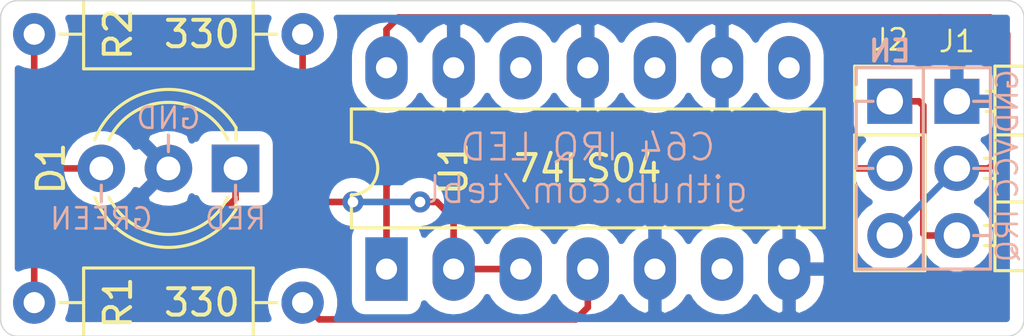
<source format=kicad_pcb>
(kicad_pcb (version 20171130) (host pcbnew "(5.1.5)-3")

  (general
    (thickness 1.6)
    (drawings 34)
    (tracks 40)
    (zones 0)
    (modules 6)
    (nets 9)
  )

  (page A4)
  (layers
    (0 F.Cu signal hide)
    (31 B.Cu signal hide)
    (32 B.Adhes user)
    (33 F.Adhes user)
    (34 B.Paste user)
    (35 F.Paste user)
    (36 B.SilkS user)
    (37 F.SilkS user)
    (38 B.Mask user)
    (39 F.Mask user)
    (40 Dwgs.User user)
    (41 Cmts.User user)
    (42 Eco1.User user)
    (43 Eco2.User user)
    (44 Edge.Cuts user)
    (45 Margin user)
    (46 B.CrtYd user)
    (47 F.CrtYd user)
    (48 B.Fab user)
    (49 F.Fab user)
  )

  (setup
    (last_trace_width 0.25)
    (trace_clearance 0.2)
    (zone_clearance 0.508)
    (zone_45_only no)
    (trace_min 0.2)
    (via_size 0.8)
    (via_drill 0.4)
    (via_min_size 0.4)
    (via_min_drill 0.3)
    (uvia_size 0.3)
    (uvia_drill 0.1)
    (uvias_allowed no)
    (uvia_min_size 0.2)
    (uvia_min_drill 0.1)
    (edge_width 0.05)
    (segment_width 0.2)
    (pcb_text_width 0.3)
    (pcb_text_size 1.5 1.5)
    (mod_edge_width 0.12)
    (mod_text_size 1 1)
    (mod_text_width 0.15)
    (pad_size 1.524 1.524)
    (pad_drill 0.762)
    (pad_to_mask_clearance 0.051)
    (solder_mask_min_width 0.25)
    (aux_axis_origin 0 0)
    (visible_elements 7FFFFFFF)
    (pcbplotparams
      (layerselection 0x011fc_ffffffff)
      (usegerberextensions true)
      (usegerberattributes false)
      (usegerberadvancedattributes false)
      (creategerberjobfile false)
      (excludeedgelayer true)
      (linewidth 0.100000)
      (plotframeref false)
      (viasonmask false)
      (mode 1)
      (useauxorigin false)
      (hpglpennumber 1)
      (hpglpenspeed 20)
      (hpglpendiameter 15.000000)
      (psnegative false)
      (psa4output false)
      (plotreference true)
      (plotvalue true)
      (plotinvisibletext false)
      (padsonsilk false)
      (subtractmaskfromsilk false)
      (outputformat 1)
      (mirror false)
      (drillshape 0)
      (scaleselection 1)
      (outputdirectory "export/"))
  )

  (net 0 "")
  (net 1 "Net-(D1-Pad3)")
  (net 2 GND)
  (net 3 "Net-(D1-Pad1)")
  (net 4 "Net-(J1-Pad3)")
  (net 5 VCC)
  (net 6 "Net-(R1-Pad1)")
  (net 7 "Net-(R2-Pad1)")
  (net 8 "Net-(J2-Pad2)")

  (net_class Default "This is the default net class."
    (clearance 0.2)
    (trace_width 0.25)
    (via_dia 0.8)
    (via_drill 0.4)
    (uvia_dia 0.3)
    (uvia_drill 0.1)
    (add_net GND)
    (add_net "Net-(D1-Pad1)")
    (add_net "Net-(D1-Pad3)")
    (add_net "Net-(J1-Pad3)")
    (add_net "Net-(J2-Pad2)")
    (add_net "Net-(R1-Pad1)")
    (add_net "Net-(R2-Pad1)")
    (add_net VCC)
  )

  (module LEDs:LED_D5.0mm-3 (layer F.Cu) (tedit 587A3A7B) (tstamp 5F8B5EBF)
    (at 121.285 114.935 180)
    (descr "LED, diameter 5.0mm, 2 pins, diameter 5.0mm, 3 pins, http://www.kingbright.com/attachments/file/psearch/000/00/00/L-59EGC(Ver.17A).pdf")
    (tags "LED diameter 5.0mm 2 pins diameter 5.0mm 3 pins")
    (path /602BB379)
    (fp_text reference D1 (at 6.985 0 90) (layer F.SilkS)
      (effects (font (size 1 1) (thickness 0.15)))
    )
    (fp_text value "Red/green LED" (at 2.54 2.5) (layer F.Fab)
      (effects (font (size 1 1) (thickness 0.15)))
    )
    (fp_line (start 6.25 -3.25) (end -1.15 -3.25) (layer F.CrtYd) (width 0.05))
    (fp_line (start 6.25 3.25) (end 6.25 -3.25) (layer F.CrtYd) (width 0.05))
    (fp_line (start -1.15 3.25) (end 6.25 3.25) (layer F.CrtYd) (width 0.05))
    (fp_line (start -1.15 -3.25) (end -1.15 3.25) (layer F.CrtYd) (width 0.05))
    (fp_line (start -0.02 1.08) (end -0.02 1.545) (layer F.SilkS) (width 0.12))
    (fp_line (start -0.02 -1.545) (end -0.02 -1.08) (layer F.SilkS) (width 0.12))
    (fp_line (start 0.04 -1.469694) (end 0.04 1.469694) (layer F.Fab) (width 0.1))
    (fp_circle (center 2.54 0) (end 5.04 0) (layer F.Fab) (width 0.1))
    (fp_arc (start 2.54 0) (end 0.285316 1.08) (angle -128.8) (layer F.SilkS) (width 0.12))
    (fp_arc (start 2.54 0) (end 0.285316 -1.08) (angle 128.8) (layer F.SilkS) (width 0.12))
    (fp_arc (start 2.54 0) (end -0.02 1.54483) (angle -127.7) (layer F.SilkS) (width 0.12))
    (fp_arc (start 2.54 0) (end -0.02 -1.54483) (angle 127.7) (layer F.SilkS) (width 0.12))
    (fp_arc (start 2.54 0) (end 0.04 -1.469694) (angle 299.1) (layer F.Fab) (width 0.1))
    (pad 3 thru_hole circle (at 5.08 0 180) (size 1.8 1.8) (drill 0.9) (layers *.Cu *.Mask)
      (net 1 "Net-(D1-Pad3)"))
    (pad 2 thru_hole circle (at 2.54 0 180) (size 1.8 1.8) (drill 0.9) (layers *.Cu *.Mask)
      (net 2 GND))
    (pad 1 thru_hole rect (at 0 0 180) (size 1.8 1.8) (drill 0.9) (layers *.Cu *.Mask)
      (net 3 "Net-(D1-Pad1)"))
    (model ${KISYS3DMOD}/LEDs.3dshapes/LED_D5.0mm-3.wrl
      (at (xyz 0 0 0))
      (scale (xyz 0.393701 0.393701 0.393701))
      (rotate (xyz 0 0 0))
    )
  )

  (module Pin_Headers:Pin_Header_Angled_1x03_Pitch2.54mm (layer F.Cu) (tedit 59650532) (tstamp 5F8B5EFF)
    (at 148.59 112.395)
    (descr "Through hole angled pin header, 1x03, 2.54mm pitch, 6mm pin length, single row")
    (tags "Through hole angled pin header THT 1x03 2.54mm single row")
    (path /602A8992)
    (fp_text reference J1 (at 0 -2.27) (layer F.SilkS)
      (effects (font (size 0.8 0.8) (thickness 0.1)))
    )
    (fp_text value Signals (at 4.385 7.35) (layer F.Fab)
      (effects (font (size 1 1) (thickness 0.15)))
    )
    (fp_text user %R (at 2.77 2.54 90) (layer F.Fab)
      (effects (font (size 1 1) (thickness 0.15)))
    )
    (fp_line (start 10.55 -1.8) (end -1.8 -1.8) (layer F.CrtYd) (width 0.05))
    (fp_line (start 10.55 6.85) (end 10.55 -1.8) (layer F.CrtYd) (width 0.05))
    (fp_line (start -1.8 6.85) (end 10.55 6.85) (layer F.CrtYd) (width 0.05))
    (fp_line (start -1.8 -1.8) (end -1.8 6.85) (layer F.CrtYd) (width 0.05))
    (fp_line (start -1.27 -1.27) (end 0 -1.27) (layer F.SilkS) (width 0.12))
    (fp_line (start -1.27 0) (end -1.27 -1.27) (layer F.SilkS) (width 0.12))
    (fp_line (start 1.042929 5.46) (end 1.44 5.46) (layer F.SilkS) (width 0.12))
    (fp_line (start 1.042929 4.7) (end 1.44 4.7) (layer F.SilkS) (width 0.12))
    (fp_line (start 10.1 5.46) (end 4.1 5.46) (layer F.SilkS) (width 0.12))
    (fp_line (start 10.1 4.7) (end 10.1 5.46) (layer F.SilkS) (width 0.12))
    (fp_line (start 4.1 4.7) (end 10.1 4.7) (layer F.SilkS) (width 0.12))
    (fp_line (start 1.44 3.81) (end 4.1 3.81) (layer F.SilkS) (width 0.12))
    (fp_line (start 1.042929 2.92) (end 1.44 2.92) (layer F.SilkS) (width 0.12))
    (fp_line (start 1.042929 2.16) (end 1.44 2.16) (layer F.SilkS) (width 0.12))
    (fp_line (start 10.1 2.92) (end 4.1 2.92) (layer F.SilkS) (width 0.12))
    (fp_line (start 10.1 2.16) (end 10.1 2.92) (layer F.SilkS) (width 0.12))
    (fp_line (start 4.1 2.16) (end 10.1 2.16) (layer F.SilkS) (width 0.12))
    (fp_line (start 1.44 1.27) (end 4.1 1.27) (layer F.SilkS) (width 0.12))
    (fp_line (start 1.11 0.38) (end 1.44 0.38) (layer F.SilkS) (width 0.12))
    (fp_line (start 1.11 -0.38) (end 1.44 -0.38) (layer F.SilkS) (width 0.12))
    (fp_line (start 4.1 0.28) (end 10.1 0.28) (layer F.SilkS) (width 0.12))
    (fp_line (start 4.1 0.16) (end 10.1 0.16) (layer F.SilkS) (width 0.12))
    (fp_line (start 4.1 0.04) (end 10.1 0.04) (layer F.SilkS) (width 0.12))
    (fp_line (start 4.1 -0.08) (end 10.1 -0.08) (layer F.SilkS) (width 0.12))
    (fp_line (start 4.1 -0.2) (end 10.1 -0.2) (layer F.SilkS) (width 0.12))
    (fp_line (start 4.1 -0.32) (end 10.1 -0.32) (layer F.SilkS) (width 0.12))
    (fp_line (start 10.1 0.38) (end 4.1 0.38) (layer F.SilkS) (width 0.12))
    (fp_line (start 10.1 -0.38) (end 10.1 0.38) (layer F.SilkS) (width 0.12))
    (fp_line (start 4.1 -0.38) (end 10.1 -0.38) (layer F.SilkS) (width 0.12))
    (fp_line (start 4.1 -1.33) (end 1.44 -1.33) (layer F.SilkS) (width 0.12))
    (fp_line (start 4.1 6.41) (end 4.1 -1.33) (layer F.SilkS) (width 0.12))
    (fp_line (start 1.44 6.41) (end 4.1 6.41) (layer F.SilkS) (width 0.12))
    (fp_line (start 1.44 -1.33) (end 1.44 6.41) (layer F.SilkS) (width 0.12))
    (fp_line (start 4.04 5.4) (end 10.04 5.4) (layer F.Fab) (width 0.1))
    (fp_line (start 10.04 4.76) (end 10.04 5.4) (layer F.Fab) (width 0.1))
    (fp_line (start 4.04 4.76) (end 10.04 4.76) (layer F.Fab) (width 0.1))
    (fp_line (start -0.32 5.4) (end 1.5 5.4) (layer F.Fab) (width 0.1))
    (fp_line (start -0.32 4.76) (end -0.32 5.4) (layer F.Fab) (width 0.1))
    (fp_line (start -0.32 4.76) (end 1.5 4.76) (layer F.Fab) (width 0.1))
    (fp_line (start 4.04 2.86) (end 10.04 2.86) (layer F.Fab) (width 0.1))
    (fp_line (start 10.04 2.22) (end 10.04 2.86) (layer F.Fab) (width 0.1))
    (fp_line (start 4.04 2.22) (end 10.04 2.22) (layer F.Fab) (width 0.1))
    (fp_line (start -0.32 2.86) (end 1.5 2.86) (layer F.Fab) (width 0.1))
    (fp_line (start -0.32 2.22) (end -0.32 2.86) (layer F.Fab) (width 0.1))
    (fp_line (start -0.32 2.22) (end 1.5 2.22) (layer F.Fab) (width 0.1))
    (fp_line (start 4.04 0.32) (end 10.04 0.32) (layer F.Fab) (width 0.1))
    (fp_line (start 10.04 -0.32) (end 10.04 0.32) (layer F.Fab) (width 0.1))
    (fp_line (start 4.04 -0.32) (end 10.04 -0.32) (layer F.Fab) (width 0.1))
    (fp_line (start -0.32 0.32) (end 1.5 0.32) (layer F.Fab) (width 0.1))
    (fp_line (start -0.32 -0.32) (end -0.32 0.32) (layer F.Fab) (width 0.1))
    (fp_line (start -0.32 -0.32) (end 1.5 -0.32) (layer F.Fab) (width 0.1))
    (fp_line (start 1.5 -0.635) (end 2.135 -1.27) (layer F.Fab) (width 0.1))
    (fp_line (start 1.5 6.35) (end 1.5 -0.635) (layer F.Fab) (width 0.1))
    (fp_line (start 4.04 6.35) (end 1.5 6.35) (layer F.Fab) (width 0.1))
    (fp_line (start 4.04 -1.27) (end 4.04 6.35) (layer F.Fab) (width 0.1))
    (fp_line (start 2.135 -1.27) (end 4.04 -1.27) (layer F.Fab) (width 0.1))
    (pad 3 thru_hole oval (at 0 5.08) (size 1.7 1.7) (drill 1) (layers *.Cu *.Mask)
      (net 4 "Net-(J1-Pad3)"))
    (pad 2 thru_hole oval (at 0 2.54) (size 1.7 1.7) (drill 1) (layers *.Cu *.Mask)
      (net 5 VCC))
    (pad 1 thru_hole rect (at 0 0) (size 1.7 1.7) (drill 1) (layers *.Cu *.Mask)
      (net 2 GND))
    (model ${KISYS3DMOD}/Pin_Headers.3dshapes/Pin_Header_Angled_1x03_Pitch2.54mm.wrl
      (at (xyz 0 0 0))
      (scale (xyz 1 1 1))
      (rotate (xyz 0 0 0))
    )
  )

  (module Resistors_THT:R_Axial_DIN0207_L6.3mm_D2.5mm_P10.16mm_Horizontal (layer F.Cu) (tedit 5874F706) (tstamp 5F8B5F55)
    (at 123.825 120.015 180)
    (descr "Resistor, Axial_DIN0207 series, Axial, Horizontal, pin pitch=10.16mm, 0.25W = 1/4W, length*diameter=6.3*2.5mm^2, http://cdn-reichelt.de/documents/datenblatt/B400/1_4W%23YAG.pdf")
    (tags "Resistor Axial_DIN0207 series Axial Horizontal pin pitch 10.16mm 0.25W = 1/4W length 6.3mm diameter 2.5mm")
    (path /602BC846)
    (fp_text reference R1 (at 6.985 0 90) (layer F.SilkS)
      (effects (font (size 1 1) (thickness 0.15)))
    )
    (fp_text value 330 (at 3.81 0) (layer F.SilkS)
      (effects (font (size 1 1) (thickness 0.15)))
    )
    (fp_line (start 11.25 -1.6) (end -1.05 -1.6) (layer F.CrtYd) (width 0.05))
    (fp_line (start 11.25 1.6) (end 11.25 -1.6) (layer F.CrtYd) (width 0.05))
    (fp_line (start -1.05 1.6) (end 11.25 1.6) (layer F.CrtYd) (width 0.05))
    (fp_line (start -1.05 -1.6) (end -1.05 1.6) (layer F.CrtYd) (width 0.05))
    (fp_line (start 9.18 0) (end 8.29 0) (layer F.SilkS) (width 0.12))
    (fp_line (start 0.98 0) (end 1.87 0) (layer F.SilkS) (width 0.12))
    (fp_line (start 8.29 -1.31) (end 1.87 -1.31) (layer F.SilkS) (width 0.12))
    (fp_line (start 8.29 1.31) (end 8.29 -1.31) (layer F.SilkS) (width 0.12))
    (fp_line (start 1.87 1.31) (end 8.29 1.31) (layer F.SilkS) (width 0.12))
    (fp_line (start 1.87 -1.31) (end 1.87 1.31) (layer F.SilkS) (width 0.12))
    (fp_line (start 10.16 0) (end 8.23 0) (layer F.Fab) (width 0.1))
    (fp_line (start 0 0) (end 1.93 0) (layer F.Fab) (width 0.1))
    (fp_line (start 8.23 -1.25) (end 1.93 -1.25) (layer F.Fab) (width 0.1))
    (fp_line (start 8.23 1.25) (end 8.23 -1.25) (layer F.Fab) (width 0.1))
    (fp_line (start 1.93 1.25) (end 8.23 1.25) (layer F.Fab) (width 0.1))
    (fp_line (start 1.93 -1.25) (end 1.93 1.25) (layer F.Fab) (width 0.1))
    (pad 2 thru_hole oval (at 10.16 0 180) (size 1.6 1.6) (drill 0.8) (layers *.Cu *.Mask)
      (net 3 "Net-(D1-Pad1)"))
    (pad 1 thru_hole circle (at 0 0 180) (size 1.6 1.6) (drill 0.8) (layers *.Cu *.Mask)
      (net 6 "Net-(R1-Pad1)"))
    (model ${KISYS3DMOD}/Resistors_THT.3dshapes/R_Axial_DIN0207_L6.3mm_D2.5mm_P10.16mm_Horizontal.wrl
      (at (xyz 0 0 0))
      (scale (xyz 0.393701 0.393701 0.393701))
      (rotate (xyz 0 0 0))
    )
  )

  (module Resistors_THT:R_Axial_DIN0207_L6.3mm_D2.5mm_P10.16mm_Horizontal (layer F.Cu) (tedit 5874F706) (tstamp 5F8B6506)
    (at 123.825 109.855 180)
    (descr "Resistor, Axial_DIN0207 series, Axial, Horizontal, pin pitch=10.16mm, 0.25W = 1/4W, length*diameter=6.3*2.5mm^2, http://cdn-reichelt.de/documents/datenblatt/B400/1_4W%23YAG.pdf")
    (tags "Resistor Axial_DIN0207 series Axial Horizontal pin pitch 10.16mm 0.25W = 1/4W length 6.3mm diameter 2.5mm")
    (path /602BDA25)
    (fp_text reference R2 (at 6.985 0 90) (layer F.SilkS)
      (effects (font (size 1 1) (thickness 0.15)))
    )
    (fp_text value 330 (at 3.81 0) (layer F.SilkS)
      (effects (font (size 1 1) (thickness 0.15)))
    )
    (fp_line (start 1.93 -1.25) (end 1.93 1.25) (layer F.Fab) (width 0.1))
    (fp_line (start 1.93 1.25) (end 8.23 1.25) (layer F.Fab) (width 0.1))
    (fp_line (start 8.23 1.25) (end 8.23 -1.25) (layer F.Fab) (width 0.1))
    (fp_line (start 8.23 -1.25) (end 1.93 -1.25) (layer F.Fab) (width 0.1))
    (fp_line (start 0 0) (end 1.93 0) (layer F.Fab) (width 0.1))
    (fp_line (start 10.16 0) (end 8.23 0) (layer F.Fab) (width 0.1))
    (fp_line (start 1.87 -1.31) (end 1.87 1.31) (layer F.SilkS) (width 0.12))
    (fp_line (start 1.87 1.31) (end 8.29 1.31) (layer F.SilkS) (width 0.12))
    (fp_line (start 8.29 1.31) (end 8.29 -1.31) (layer F.SilkS) (width 0.12))
    (fp_line (start 8.29 -1.31) (end 1.87 -1.31) (layer F.SilkS) (width 0.12))
    (fp_line (start 0.98 0) (end 1.87 0) (layer F.SilkS) (width 0.12))
    (fp_line (start 9.18 0) (end 8.29 0) (layer F.SilkS) (width 0.12))
    (fp_line (start -1.05 -1.6) (end -1.05 1.6) (layer F.CrtYd) (width 0.05))
    (fp_line (start -1.05 1.6) (end 11.25 1.6) (layer F.CrtYd) (width 0.05))
    (fp_line (start 11.25 1.6) (end 11.25 -1.6) (layer F.CrtYd) (width 0.05))
    (fp_line (start 11.25 -1.6) (end -1.05 -1.6) (layer F.CrtYd) (width 0.05))
    (pad 1 thru_hole circle (at 0 0 180) (size 1.6 1.6) (drill 0.8) (layers *.Cu *.Mask)
      (net 7 "Net-(R2-Pad1)"))
    (pad 2 thru_hole oval (at 10.16 0 180) (size 1.6 1.6) (drill 0.8) (layers *.Cu *.Mask)
      (net 1 "Net-(D1-Pad3)"))
    (model ${KISYS3DMOD}/Resistors_THT.3dshapes/R_Axial_DIN0207_L6.3mm_D2.5mm_P10.16mm_Horizontal.wrl
      (at (xyz 0 0 0))
      (scale (xyz 0.393701 0.393701 0.393701))
      (rotate (xyz 0 0 0))
    )
  )

  (module Housings_DIP:DIP-14_W7.62mm_LongPads (layer F.Cu) (tedit 59C78D6B) (tstamp 5F8B5F8D)
    (at 127 118.745 90)
    (descr "14-lead though-hole mounted DIP package, row spacing 7.62 mm (300 mils), LongPads")
    (tags "THT DIP DIL PDIP 2.54mm 7.62mm 300mil LongPads")
    (path /602A0C83)
    (fp_text reference U1 (at 3.81 2.54 90) (layer F.SilkS)
      (effects (font (size 1 1) (thickness 0.15)))
    )
    (fp_text value 74LS04 (at 3.81 7.62 180) (layer F.SilkS)
      (effects (font (size 1 1) (thickness 0.15)))
    )
    (fp_text user %R (at 3.81 2.54 90) (layer F.Fab)
      (effects (font (size 1 1) (thickness 0.15)))
    )
    (fp_line (start 9.1 -1.55) (end -1.45 -1.55) (layer F.CrtYd) (width 0.05))
    (fp_line (start 9.1 16.8) (end 9.1 -1.55) (layer F.CrtYd) (width 0.05))
    (fp_line (start -1.45 16.8) (end 9.1 16.8) (layer F.CrtYd) (width 0.05))
    (fp_line (start -1.45 -1.55) (end -1.45 16.8) (layer F.CrtYd) (width 0.05))
    (fp_line (start 6.06 -1.33) (end 4.81 -1.33) (layer F.SilkS) (width 0.12))
    (fp_line (start 6.06 16.57) (end 6.06 -1.33) (layer F.SilkS) (width 0.12))
    (fp_line (start 1.56 16.57) (end 6.06 16.57) (layer F.SilkS) (width 0.12))
    (fp_line (start 1.56 -1.33) (end 1.56 16.57) (layer F.SilkS) (width 0.12))
    (fp_line (start 2.81 -1.33) (end 1.56 -1.33) (layer F.SilkS) (width 0.12))
    (fp_line (start 0.635 -0.27) (end 1.635 -1.27) (layer F.Fab) (width 0.1))
    (fp_line (start 0.635 16.51) (end 0.635 -0.27) (layer F.Fab) (width 0.1))
    (fp_line (start 6.985 16.51) (end 0.635 16.51) (layer F.Fab) (width 0.1))
    (fp_line (start 6.985 -1.27) (end 6.985 16.51) (layer F.Fab) (width 0.1))
    (fp_line (start 1.635 -1.27) (end 6.985 -1.27) (layer F.Fab) (width 0.1))
    (fp_arc (start 3.81 -1.33) (end 2.81 -1.33) (angle -180) (layer F.SilkS) (width 0.12))
    (pad 14 thru_hole oval (at 7.62 0 90) (size 2.4 1.6) (drill 0.8) (layers *.Cu *.Mask)
      (net 5 VCC))
    (pad 7 thru_hole oval (at 0 15.24 90) (size 2.4 1.6) (drill 0.8) (layers *.Cu *.Mask)
      (net 2 GND))
    (pad 13 thru_hole oval (at 7.62 2.54 90) (size 2.4 1.6) (drill 0.8) (layers *.Cu *.Mask)
      (net 2 GND))
    (pad 6 thru_hole oval (at 0 12.7 90) (size 2.4 1.6) (drill 0.8) (layers *.Cu *.Mask))
    (pad 12 thru_hole oval (at 7.62 5.08 90) (size 2.4 1.6) (drill 0.8) (layers *.Cu *.Mask))
    (pad 5 thru_hole oval (at 0 10.16 90) (size 2.4 1.6) (drill 0.8) (layers *.Cu *.Mask)
      (net 2 GND))
    (pad 11 thru_hole oval (at 7.62 7.62 90) (size 2.4 1.6) (drill 0.8) (layers *.Cu *.Mask)
      (net 2 GND))
    (pad 4 thru_hole oval (at 0 7.62 90) (size 2.4 1.6) (drill 0.8) (layers *.Cu *.Mask)
      (net 6 "Net-(R1-Pad1)"))
    (pad 10 thru_hole oval (at 7.62 10.16 90) (size 2.4 1.6) (drill 0.8) (layers *.Cu *.Mask))
    (pad 3 thru_hole oval (at 0 5.08 90) (size 2.4 1.6) (drill 0.8) (layers *.Cu *.Mask)
      (net 7 "Net-(R2-Pad1)"))
    (pad 9 thru_hole oval (at 7.62 12.7 90) (size 2.4 1.6) (drill 0.8) (layers *.Cu *.Mask)
      (net 2 GND))
    (pad 2 thru_hole oval (at 0 2.54 90) (size 2.4 1.6) (drill 0.8) (layers *.Cu *.Mask)
      (net 7 "Net-(R2-Pad1)"))
    (pad 8 thru_hole oval (at 7.62 15.24 90) (size 2.4 1.6) (drill 0.8) (layers *.Cu *.Mask))
    (pad 1 thru_hole rect (at 0 0 90) (size 2.4 1.6) (drill 0.8) (layers *.Cu *.Mask)
      (net 8 "Net-(J2-Pad2)"))
    (model ${KISYS3DMOD}/Housings_DIP.3dshapes/DIP-14_W7.62mm.wrl
      (at (xyz 0 0 0))
      (scale (xyz 1 1 1))
      (rotate (xyz 0 0 0))
    )
  )

  (module Pin_Headers:Pin_Header_Straight_1x03_Pitch2.54mm (layer F.Cu) (tedit 59650532) (tstamp 5F8B61B6)
    (at 146.05 112.395)
    (descr "Through hole straight pin header, 1x03, 2.54mm pitch, single row")
    (tags "Through hole pin header THT 1x03 2.54mm single row")
    (path /602CC633)
    (fp_text reference J2 (at 0 -2.33) (layer F.SilkS)
      (effects (font (size 0.8 0.8) (thickness 0.1)))
    )
    (fp_text value ENABLE (at 0 7.41) (layer F.Fab)
      (effects (font (size 0.8 0.8) (thickness 0.1)))
    )
    (fp_text user %R (at 0 2.54 90) (layer F.Fab)
      (effects (font (size 1 1) (thickness 0.15)))
    )
    (fp_line (start 1.8 -1.8) (end -1.8 -1.8) (layer F.CrtYd) (width 0.05))
    (fp_line (start 1.8 6.85) (end 1.8 -1.8) (layer F.CrtYd) (width 0.05))
    (fp_line (start -1.8 6.85) (end 1.8 6.85) (layer F.CrtYd) (width 0.05))
    (fp_line (start -1.8 -1.8) (end -1.8 6.85) (layer F.CrtYd) (width 0.05))
    (fp_line (start -1.33 -1.33) (end 0 -1.33) (layer F.SilkS) (width 0.12))
    (fp_line (start -1.33 0) (end -1.33 -1.33) (layer F.SilkS) (width 0.12))
    (fp_line (start -1.33 1.27) (end 1.33 1.27) (layer F.SilkS) (width 0.12))
    (fp_line (start 1.33 1.27) (end 1.33 6.41) (layer F.SilkS) (width 0.12))
    (fp_line (start -1.33 1.27) (end -1.33 6.41) (layer F.SilkS) (width 0.12))
    (fp_line (start -1.33 6.41) (end 1.33 6.41) (layer F.SilkS) (width 0.12))
    (fp_line (start -1.27 -0.635) (end -0.635 -1.27) (layer F.Fab) (width 0.1))
    (fp_line (start -1.27 6.35) (end -1.27 -0.635) (layer F.Fab) (width 0.1))
    (fp_line (start 1.27 6.35) (end -1.27 6.35) (layer F.Fab) (width 0.1))
    (fp_line (start 1.27 -1.27) (end 1.27 6.35) (layer F.Fab) (width 0.1))
    (fp_line (start -0.635 -1.27) (end 1.27 -1.27) (layer F.Fab) (width 0.1))
    (pad 3 thru_hole oval (at 0 5.08) (size 1.7 1.7) (drill 1) (layers *.Cu *.Mask)
      (net 5 VCC))
    (pad 2 thru_hole oval (at 0 2.54) (size 1.7 1.7) (drill 1) (layers *.Cu *.Mask)
      (net 8 "Net-(J2-Pad2)"))
    (pad 1 thru_hole rect (at 0 0) (size 1.7 1.7) (drill 1) (layers *.Cu *.Mask)
      (net 4 "Net-(J1-Pad3)"))
    (model ${KISYS3DMOD}/Pin_Headers.3dshapes/Pin_Header_Straight_1x03_Pitch2.54mm.wrl
      (at (xyz 0 0 0))
      (scale (xyz 1 1 1))
      (rotate (xyz 0 0 0))
    )
  )

  (gr_text "C64 IRQ LED\ngithub.com/tebl" (at 134.62 114.935) (layer B.SilkS)
    (effects (font (size 1 1) (thickness 0.1)) (justify mirror))
  )
  (gr_line (start 121.285 115.57) (end 121.285 116.205) (layer B.SilkS) (width 0.12))
  (gr_line (start 116.205 116.205) (end 116.205 115.57) (layer B.SilkS) (width 0.12))
  (gr_line (start 118.745 114.3) (end 118.745 113.665) (layer B.SilkS) (width 0.12))
  (gr_text GREEN (at 116.205 116.84) (layer B.SilkS) (tstamp 5F8B6E9C)
    (effects (font (size 0.8 0.8) (thickness 0.1)) (justify mirror))
  )
  (gr_text RED (at 121.285 116.84) (layer B.SilkS) (tstamp 5F8B6D9D)
    (effects (font (size 0.8 0.8) (thickness 0.1)) (justify mirror))
  )
  (gr_text GND (at 118.745 113.03) (layer B.SilkS) (tstamp 5F8B6D9D)
    (effects (font (size 0.8 0.8) (thickness 0.1)) (justify mirror))
  )
  (gr_text EN (at 146.05 110.49) (layer B.SilkS)
    (effects (font (size 0.8 0.8) (thickness 0.15)) (justify mirror))
  )
  (gr_text IRQ (at 150.495 117.475 90) (layer B.SilkS) (tstamp 5F8B6B39)
    (effects (font (size 0.8 0.8) (thickness 0.1)) (justify mirror))
  )
  (gr_text GND (at 150.495 112.395 90) (layer B.SilkS) (tstamp 5F8B6B39)
    (effects (font (size 0.8 0.8) (thickness 0.1)) (justify mirror))
  )
  (gr_text VCC (at 150.495 114.935 90) (layer B.SilkS)
    (effects (font (size 0.8 0.8) (thickness 0.1)) (justify mirror))
  )
  (gr_line (start 149.225 112.395) (end 149.86 112.395) (layer B.SilkS) (width 0.12))
  (gr_line (start 149.225 114.935) (end 149.86 114.935) (layer B.SilkS) (width 0.12))
  (gr_line (start 149.225 117.475) (end 149.86 117.475) (layer B.SilkS) (width 0.12))
  (gr_line (start 149.86 118.745) (end 147.32 118.745) (layer B.SilkS) (width 0.12) (tstamp 5F8B6AB2))
  (gr_line (start 149.86 111.125) (end 149.86 118.745) (layer B.SilkS) (width 0.12))
  (gr_line (start 147.32 111.125) (end 149.86 111.125) (layer B.SilkS) (width 0.12))
  (gr_line (start 144.78 118.745) (end 144.78 115.57) (layer B.SilkS) (width 0.12))
  (gr_line (start 147.32 118.745) (end 144.78 118.745) (layer B.SilkS) (width 0.12))
  (gr_line (start 147.32 111.125) (end 147.32 118.745) (layer B.SilkS) (width 0.12))
  (gr_line (start 144.78 111.125) (end 147.32 111.125) (layer B.SilkS) (width 0.12))
  (gr_line (start 144.78 111.76) (end 144.78 111.125) (layer B.SilkS) (width 0.12))
  (gr_line (start 144.78 114.935) (end 145.415 114.935) (layer B.SilkS) (width 0.12))
  (gr_line (start 144.78 112.395) (end 144.78 114.935) (layer B.SilkS) (width 0.12))
  (gr_line (start 145.415 112.395) (end 144.78 112.395) (layer B.SilkS) (width 0.12))
  (gr_arc (start 150.495 109.22) (end 151.13 109.22) (angle -90) (layer Edge.Cuts) (width 0.05) (tstamp 5F8B693E))
  (gr_arc (start 150.495 120.65) (end 150.495 121.285) (angle -90) (layer Edge.Cuts) (width 0.05) (tstamp 5F8B693E))
  (gr_arc (start 113.03 120.65) (end 112.395 120.65) (angle -90) (layer Edge.Cuts) (width 0.05) (tstamp 5F8B693E))
  (gr_arc (start 113.03 109.22) (end 113.03 108.585) (angle -90) (layer Edge.Cuts) (width 0.05))
  (gr_line (start 113.03 108.585) (end 113.03 108.585) (layer Edge.Cuts) (width 0.05) (tstamp 5F8B692A))
  (gr_line (start 112.395 120.65) (end 112.395 109.22) (layer Edge.Cuts) (width 0.05))
  (gr_line (start 150.495 121.285) (end 113.03 121.285) (layer Edge.Cuts) (width 0.05))
  (gr_line (start 151.13 109.22) (end 151.13 120.65) (layer Edge.Cuts) (width 0.05))
  (gr_line (start 113.03 108.585) (end 150.495 108.585) (layer Edge.Cuts) (width 0.05))

  (segment (start 116.205 114.935) (end 114.3 114.935) (width 0.25) (layer F.Cu) (net 1) (status 10))
  (segment (start 113.665 114.3) (end 113.665 109.855) (width 0.25) (layer F.Cu) (net 1) (status 20))
  (segment (start 114.3 114.935) (end 113.665 114.3) (width 0.25) (layer F.Cu) (net 1))
  (segment (start 121.285 116.085) (end 120.65 116.72) (width 0.25) (layer F.Cu) (net 3))
  (segment (start 121.285 114.935) (end 121.285 116.085) (width 0.25) (layer F.Cu) (net 3) (status 10))
  (segment (start 120.65 116.72) (end 114.42 116.72) (width 0.25) (layer F.Cu) (net 3))
  (segment (start 113.665 117.475) (end 113.665 120.015) (width 0.25) (layer F.Cu) (net 3) (status 20))
  (segment (start 114.42 116.72) (end 113.665 117.475) (width 0.25) (layer F.Cu) (net 3))
  (segment (start 147.15 112.395) (end 147.32 112.565) (width 0.25) (layer F.Cu) (net 4))
  (segment (start 146.05 112.395) (end 147.15 112.395) (width 0.25) (layer F.Cu) (net 4) (status 10))
  (segment (start 147.32 112.565) (end 147.32 116.205) (width 0.25) (layer F.Cu) (net 4))
  (segment (start 147.387919 117.475) (end 147.32 117.407081) (width 0.25) (layer F.Cu) (net 4))
  (segment (start 148.59 117.475) (end 147.387919 117.475) (width 0.25) (layer F.Cu) (net 4) (status 10))
  (segment (start 147.32 117.407081) (end 147.32 116.205) (width 0.25) (layer F.Cu) (net 4))
  (segment (start 127 109.675) (end 127.455 109.22) (width 0.25) (layer F.Cu) (net 5))
  (segment (start 127 111.125) (end 127 109.675) (width 0.25) (layer F.Cu) (net 5) (status 10))
  (segment (start 127.455 109.22) (end 147.955 109.22) (width 0.25) (layer F.Cu) (net 5))
  (segment (start 146.05 117.475) (end 148.59 114.935) (width 0.25) (layer B.Cu) (net 5))
  (segment (start 149.792081 114.935) (end 150.495 114.232081) (width 0.25) (layer F.Cu) (net 5))
  (segment (start 148.59 114.935) (end 149.792081 114.935) (width 0.25) (layer F.Cu) (net 5))
  (segment (start 150.495 114.232081) (end 150.495 109.855) (width 0.25) (layer F.Cu) (net 5))
  (segment (start 149.86 109.22) (end 147.955 109.22) (width 0.25) (layer F.Cu) (net 5))
  (segment (start 150.495 109.855) (end 149.86 109.22) (width 0.25) (layer F.Cu) (net 5))
  (segment (start 123.825 120.015) (end 124.46 120.65) (width 0.25) (layer F.Cu) (net 6) (status 10))
  (segment (start 134.62 120.195) (end 134.62 118.745) (width 0.25) (layer F.Cu) (net 6) (status 20))
  (segment (start 134.165 120.65) (end 134.62 120.195) (width 0.25) (layer F.Cu) (net 6))
  (segment (start 124.46 120.65) (end 134.165 120.65) (width 0.25) (layer F.Cu) (net 6))
  (segment (start 129.54 118.745) (end 132.08 118.745) (width 0.25) (layer F.Cu) (net 7) (status 30))
  (segment (start 123.825 109.855) (end 123.825 115.57) (width 0.25) (layer F.Cu) (net 7) (status 10))
  (via (at 125.73 116.205) (size 0.8) (drill 0.4) (layers F.Cu B.Cu) (net 7))
  (segment (start 123.825 115.57) (end 124.46 116.205) (width 0.25) (layer F.Cu) (net 7))
  (segment (start 124.46 116.205) (end 125.73 116.205) (width 0.25) (layer F.Cu) (net 7))
  (via (at 128.27 116.205) (size 0.8) (drill 0.4) (layers F.Cu B.Cu) (net 7))
  (segment (start 125.73 116.205) (end 128.27 116.205) (width 0.25) (layer B.Cu) (net 7))
  (segment (start 128.27 116.205) (end 128.905 116.205) (width 0.25) (layer F.Cu) (net 7))
  (segment (start 129.54 116.84) (end 129.54 118.745) (width 0.25) (layer F.Cu) (net 7) (status 20))
  (segment (start 128.905 116.205) (end 129.54 116.84) (width 0.25) (layer F.Cu) (net 7))
  (segment (start 146.05 114.935) (end 127.635 114.935) (width 0.25) (layer F.Cu) (net 8) (status 10))
  (segment (start 127 115.57) (end 127 118.745) (width 0.25) (layer F.Cu) (net 8) (status 20))
  (segment (start 127.635 114.935) (end 127 115.57) (width 0.25) (layer F.Cu) (net 8))

  (zone (net 2) (net_name GND) (layer B.Cu) (tstamp 5F8B6FC9) (hatch edge 0.508)
    (connect_pads (clearance 0.508))
    (min_thickness 0.254)
    (fill yes (arc_segments 32) (thermal_gap 0.508) (thermal_bridge_width 0.508))
    (polygon
      (pts
        (xy 167.64 127) (xy 102.87 127) (xy 102.87 101.6) (xy 167.64 101.6)
      )
    )
    (filled_polygon
      (pts
        (xy 122.445147 109.436426) (xy 122.39 109.713665) (xy 122.39 109.996335) (xy 122.445147 110.273574) (xy 122.55332 110.534727)
        (xy 122.710363 110.769759) (xy 122.910241 110.969637) (xy 123.145273 111.12668) (xy 123.406426 111.234853) (xy 123.683665 111.29)
        (xy 123.966335 111.29) (xy 124.243574 111.234853) (xy 124.504727 111.12668) (xy 124.739759 110.969637) (xy 124.939637 110.769759)
        (xy 125.016644 110.654509) (xy 125.565 110.654509) (xy 125.565 111.595492) (xy 125.585764 111.806309) (xy 125.667818 112.076808)
        (xy 125.801068 112.326101) (xy 125.980393 112.544608) (xy 126.1989 112.723932) (xy 126.448193 112.857182) (xy 126.718692 112.939236)
        (xy 127 112.966943) (xy 127.281309 112.939236) (xy 127.551808 112.857182) (xy 127.801101 112.723932) (xy 128.019608 112.544608)
        (xy 128.198932 112.326101) (xy 128.267265 112.198259) (xy 128.417399 112.427839) (xy 128.615105 112.6295) (xy 128.848354 112.788715)
        (xy 129.108182 112.899367) (xy 129.190961 112.916904) (xy 129.413 112.794915) (xy 129.413 111.252) (xy 129.393 111.252)
        (xy 129.393 110.998) (xy 129.413 110.998) (xy 129.413 109.455085) (xy 129.667 109.455085) (xy 129.667 110.998)
        (xy 129.687 110.998) (xy 129.687 111.252) (xy 129.667 111.252) (xy 129.667 112.794915) (xy 129.889039 112.916904)
        (xy 129.971818 112.899367) (xy 130.231646 112.788715) (xy 130.464895 112.6295) (xy 130.662601 112.427839) (xy 130.812735 112.198259)
        (xy 130.881068 112.326101) (xy 131.060393 112.544608) (xy 131.2789 112.723932) (xy 131.528193 112.857182) (xy 131.798692 112.939236)
        (xy 132.08 112.966943) (xy 132.361309 112.939236) (xy 132.631808 112.857182) (xy 132.881101 112.723932) (xy 133.099608 112.544608)
        (xy 133.278932 112.326101) (xy 133.347265 112.198259) (xy 133.497399 112.427839) (xy 133.695105 112.6295) (xy 133.928354 112.788715)
        (xy 134.188182 112.899367) (xy 134.270961 112.916904) (xy 134.493 112.794915) (xy 134.493 111.252) (xy 134.473 111.252)
        (xy 134.473 110.998) (xy 134.493 110.998) (xy 134.493 109.455085) (xy 134.747 109.455085) (xy 134.747 110.998)
        (xy 134.767 110.998) (xy 134.767 111.252) (xy 134.747 111.252) (xy 134.747 112.794915) (xy 134.969039 112.916904)
        (xy 135.051818 112.899367) (xy 135.311646 112.788715) (xy 135.544895 112.6295) (xy 135.742601 112.427839) (xy 135.892735 112.198259)
        (xy 135.961068 112.326101) (xy 136.140393 112.544608) (xy 136.3589 112.723932) (xy 136.608193 112.857182) (xy 136.878692 112.939236)
        (xy 137.16 112.966943) (xy 137.441309 112.939236) (xy 137.711808 112.857182) (xy 137.961101 112.723932) (xy 138.179608 112.544608)
        (xy 138.358932 112.326101) (xy 138.427265 112.198259) (xy 138.577399 112.427839) (xy 138.775105 112.6295) (xy 139.008354 112.788715)
        (xy 139.268182 112.899367) (xy 139.350961 112.916904) (xy 139.573 112.794915) (xy 139.573 111.252) (xy 139.553 111.252)
        (xy 139.553 110.998) (xy 139.573 110.998) (xy 139.573 109.455085) (xy 139.827 109.455085) (xy 139.827 110.998)
        (xy 139.847 110.998) (xy 139.847 111.252) (xy 139.827 111.252) (xy 139.827 112.794915) (xy 140.049039 112.916904)
        (xy 140.131818 112.899367) (xy 140.391646 112.788715) (xy 140.624895 112.6295) (xy 140.822601 112.427839) (xy 140.972735 112.198259)
        (xy 141.041068 112.326101) (xy 141.220393 112.544608) (xy 141.4389 112.723932) (xy 141.688193 112.857182) (xy 141.958692 112.939236)
        (xy 142.24 112.966943) (xy 142.521309 112.939236) (xy 142.791808 112.857182) (xy 143.041101 112.723932) (xy 143.259608 112.544608)
        (xy 143.438932 112.326101) (xy 143.572182 112.076808) (xy 143.654236 111.806309) (xy 143.675 111.595491) (xy 143.675 111.545)
        (xy 144.561928 111.545) (xy 144.561928 113.245) (xy 144.574188 113.369482) (xy 144.610498 113.48918) (xy 144.669463 113.599494)
        (xy 144.748815 113.696185) (xy 144.845506 113.775537) (xy 144.95582 113.834502) (xy 145.02838 113.856513) (xy 144.896525 113.988368)
        (xy 144.73401 114.231589) (xy 144.622068 114.501842) (xy 144.565 114.78874) (xy 144.565 115.08126) (xy 144.622068 115.368158)
        (xy 144.73401 115.638411) (xy 144.896525 115.881632) (xy 145.103368 116.088475) (xy 145.27776 116.205) (xy 145.103368 116.321525)
        (xy 144.896525 116.528368) (xy 144.73401 116.771589) (xy 144.622068 117.041842) (xy 144.565 117.32874) (xy 144.565 117.62126)
        (xy 144.622068 117.908158) (xy 144.73401 118.178411) (xy 144.896525 118.421632) (xy 145.103368 118.628475) (xy 145.346589 118.79099)
        (xy 145.616842 118.902932) (xy 145.90374 118.96) (xy 146.19626 118.96) (xy 146.483158 118.902932) (xy 146.753411 118.79099)
        (xy 146.996632 118.628475) (xy 147.203475 118.421632) (xy 147.32 118.24724) (xy 147.436525 118.421632) (xy 147.643368 118.628475)
        (xy 147.886589 118.79099) (xy 148.156842 118.902932) (xy 148.44374 118.96) (xy 148.73626 118.96) (xy 149.023158 118.902932)
        (xy 149.293411 118.79099) (xy 149.536632 118.628475) (xy 149.743475 118.421632) (xy 149.90599 118.178411) (xy 150.017932 117.908158)
        (xy 150.075 117.62126) (xy 150.075 117.32874) (xy 150.017932 117.041842) (xy 149.90599 116.771589) (xy 149.743475 116.528368)
        (xy 149.536632 116.321525) (xy 149.36224 116.205) (xy 149.536632 116.088475) (xy 149.743475 115.881632) (xy 149.90599 115.638411)
        (xy 150.017932 115.368158) (xy 150.075 115.08126) (xy 150.075 114.78874) (xy 150.017932 114.501842) (xy 149.90599 114.231589)
        (xy 149.743475 113.988368) (xy 149.61162 113.856513) (xy 149.68418 113.834502) (xy 149.794494 113.775537) (xy 149.891185 113.696185)
        (xy 149.970537 113.599494) (xy 150.029502 113.48918) (xy 150.065812 113.369482) (xy 150.078072 113.245) (xy 150.075 112.68075)
        (xy 149.91625 112.522) (xy 148.717 112.522) (xy 148.717 112.542) (xy 148.463 112.542) (xy 148.463 112.522)
        (xy 148.443 112.522) (xy 148.443 112.268) (xy 148.463 112.268) (xy 148.463 111.06875) (xy 148.717 111.06875)
        (xy 148.717 112.268) (xy 149.91625 112.268) (xy 150.075 112.10925) (xy 150.078072 111.545) (xy 150.065812 111.420518)
        (xy 150.029502 111.30082) (xy 149.970537 111.190506) (xy 149.891185 111.093815) (xy 149.794494 111.014463) (xy 149.68418 110.955498)
        (xy 149.564482 110.919188) (xy 149.44 110.906928) (xy 148.87575 110.91) (xy 148.717 111.06875) (xy 148.463 111.06875)
        (xy 148.30425 110.91) (xy 147.74 110.906928) (xy 147.615518 110.919188) (xy 147.49582 110.955498) (xy 147.385506 111.014463)
        (xy 147.32 111.068222) (xy 147.254494 111.014463) (xy 147.14418 110.955498) (xy 147.024482 110.919188) (xy 146.9 110.906928)
        (xy 145.2 110.906928) (xy 145.075518 110.919188) (xy 144.95582 110.955498) (xy 144.845506 111.014463) (xy 144.748815 111.093815)
        (xy 144.669463 111.190506) (xy 144.610498 111.30082) (xy 144.574188 111.420518) (xy 144.561928 111.545) (xy 143.675 111.545)
        (xy 143.675 110.654508) (xy 143.654236 110.443691) (xy 143.572182 110.173192) (xy 143.438932 109.923899) (xy 143.259607 109.705392)
        (xy 143.0411 109.526068) (xy 142.791807 109.392818) (xy 142.521308 109.310764) (xy 142.24 109.283057) (xy 141.958691 109.310764)
        (xy 141.688192 109.392818) (xy 141.438899 109.526068) (xy 141.220392 109.705393) (xy 141.041068 109.9239) (xy 140.972735 110.051742)
        (xy 140.822601 109.822161) (xy 140.624895 109.6205) (xy 140.391646 109.461285) (xy 140.131818 109.350633) (xy 140.049039 109.333096)
        (xy 139.827 109.455085) (xy 139.573 109.455085) (xy 139.350961 109.333096) (xy 139.268182 109.350633) (xy 139.008354 109.461285)
        (xy 138.775105 109.6205) (xy 138.577399 109.822161) (xy 138.427265 110.051741) (xy 138.358932 109.923899) (xy 138.179607 109.705392)
        (xy 137.9611 109.526068) (xy 137.711807 109.392818) (xy 137.441308 109.310764) (xy 137.16 109.283057) (xy 136.878691 109.310764)
        (xy 136.608192 109.392818) (xy 136.358899 109.526068) (xy 136.140392 109.705393) (xy 135.961068 109.9239) (xy 135.892735 110.051742)
        (xy 135.742601 109.822161) (xy 135.544895 109.6205) (xy 135.311646 109.461285) (xy 135.051818 109.350633) (xy 134.969039 109.333096)
        (xy 134.747 109.455085) (xy 134.493 109.455085) (xy 134.270961 109.333096) (xy 134.188182 109.350633) (xy 133.928354 109.461285)
        (xy 133.695105 109.6205) (xy 133.497399 109.822161) (xy 133.347265 110.051741) (xy 133.278932 109.923899) (xy 133.099607 109.705392)
        (xy 132.8811 109.526068) (xy 132.631807 109.392818) (xy 132.361308 109.310764) (xy 132.08 109.283057) (xy 131.798691 109.310764)
        (xy 131.528192 109.392818) (xy 131.278899 109.526068) (xy 131.060392 109.705393) (xy 130.881068 109.9239) (xy 130.812735 110.051742)
        (xy 130.662601 109.822161) (xy 130.464895 109.6205) (xy 130.231646 109.461285) (xy 129.971818 109.350633) (xy 129.889039 109.333096)
        (xy 129.667 109.455085) (xy 129.413 109.455085) (xy 129.190961 109.333096) (xy 129.108182 109.350633) (xy 128.848354 109.461285)
        (xy 128.615105 109.6205) (xy 128.417399 109.822161) (xy 128.267265 110.051741) (xy 128.198932 109.923899) (xy 128.019607 109.705392)
        (xy 127.8011 109.526068) (xy 127.551807 109.392818) (xy 127.281308 109.310764) (xy 127 109.283057) (xy 126.718691 109.310764)
        (xy 126.448192 109.392818) (xy 126.198899 109.526068) (xy 125.980392 109.705393) (xy 125.801068 109.9239) (xy 125.667818 110.173193)
        (xy 125.585764 110.443692) (xy 125.565 110.654509) (xy 125.016644 110.654509) (xy 125.09668 110.534727) (xy 125.204853 110.273574)
        (xy 125.26 109.996335) (xy 125.26 109.713665) (xy 125.204853 109.436426) (xy 125.125562 109.245) (xy 150.462725 109.245)
        (xy 150.469513 109.245666) (xy 150.47 109.250301) (xy 150.470001 120.617715) (xy 150.469335 120.624513) (xy 150.464699 120.625)
        (xy 125.125562 120.625) (xy 125.204853 120.433574) (xy 125.26 120.156335) (xy 125.26 119.873665) (xy 125.204853 119.596426)
        (xy 125.09668 119.335273) (xy 124.939637 119.100241) (xy 124.739759 118.900363) (xy 124.504727 118.74332) (xy 124.243574 118.635147)
        (xy 123.966335 118.58) (xy 123.683665 118.58) (xy 123.406426 118.635147) (xy 123.145273 118.74332) (xy 122.910241 118.900363)
        (xy 122.710363 119.100241) (xy 122.55332 119.335273) (xy 122.445147 119.596426) (xy 122.39 119.873665) (xy 122.39 120.156335)
        (xy 122.445147 120.433574) (xy 122.524438 120.625) (xy 114.965562 120.625) (xy 115.044853 120.433574) (xy 115.1 120.156335)
        (xy 115.1 119.873665) (xy 115.044853 119.596426) (xy 114.93668 119.335273) (xy 114.779637 119.100241) (xy 114.579759 118.900363)
        (xy 114.344727 118.74332) (xy 114.083574 118.635147) (xy 113.806335 118.58) (xy 113.523665 118.58) (xy 113.246426 118.635147)
        (xy 113.055 118.714438) (xy 113.055 114.783816) (xy 114.67 114.783816) (xy 114.67 115.086184) (xy 114.728989 115.382743)
        (xy 114.844701 115.662095) (xy 115.012688 115.913505) (xy 115.226495 116.127312) (xy 115.477905 116.295299) (xy 115.757257 116.411011)
        (xy 116.053816 116.47) (xy 116.356184 116.47) (xy 116.652743 116.411011) (xy 116.932095 116.295299) (xy 117.183505 116.127312)
        (xy 117.397312 115.913505) (xy 117.499951 115.759895) (xy 117.68092 115.819475) (xy 118.565395 114.935) (xy 117.68092 114.050525)
        (xy 117.499951 114.110105) (xy 117.397312 113.956495) (xy 117.311737 113.87092) (xy 117.860525 113.87092) (xy 118.745 114.755395)
        (xy 118.759143 114.741253) (xy 118.938748 114.920858) (xy 118.924605 114.935) (xy 118.938748 114.949143) (xy 118.759143 115.128748)
        (xy 118.745 115.114605) (xy 117.860525 115.99908) (xy 117.944208 116.253261) (xy 118.216775 116.384158) (xy 118.509642 116.459365)
        (xy 118.811553 116.475991) (xy 119.110907 116.433397) (xy 119.396199 116.333222) (xy 119.545792 116.253261) (xy 119.629474 115.999082)
        (xy 119.745422 116.11503) (xy 119.792187 116.068265) (xy 119.795498 116.07918) (xy 119.854463 116.189494) (xy 119.933815 116.286185)
        (xy 120.030506 116.365537) (xy 120.14082 116.424502) (xy 120.260518 116.460812) (xy 120.385 116.473072) (xy 122.185 116.473072)
        (xy 122.309482 116.460812) (xy 122.42918 116.424502) (xy 122.539494 116.365537) (xy 122.636185 116.286185) (xy 122.715537 116.189494)
        (xy 122.761737 116.103061) (xy 124.695 116.103061) (xy 124.695 116.306939) (xy 124.734774 116.506898) (xy 124.812795 116.695256)
        (xy 124.926063 116.864774) (xy 125.070226 117.008937) (xy 125.239744 117.122205) (xy 125.428102 117.200226) (xy 125.628061 117.24)
        (xy 125.643007 117.24) (xy 125.610498 117.30082) (xy 125.574188 117.420518) (xy 125.561928 117.545) (xy 125.561928 119.945)
        (xy 125.574188 120.069482) (xy 125.610498 120.18918) (xy 125.669463 120.299494) (xy 125.748815 120.396185) (xy 125.845506 120.475537)
        (xy 125.95582 120.534502) (xy 126.075518 120.570812) (xy 126.2 120.583072) (xy 127.8 120.583072) (xy 127.924482 120.570812)
        (xy 128.04418 120.534502) (xy 128.154494 120.475537) (xy 128.251185 120.396185) (xy 128.330537 120.299494) (xy 128.389502 120.18918)
        (xy 128.425812 120.069482) (xy 128.427581 120.051517) (xy 128.520393 120.164608) (xy 128.7389 120.343932) (xy 128.988193 120.477182)
        (xy 129.258692 120.559236) (xy 129.54 120.586943) (xy 129.821309 120.559236) (xy 130.091808 120.477182) (xy 130.341101 120.343932)
        (xy 130.559608 120.164608) (xy 130.738932 119.946101) (xy 130.81 119.813142) (xy 130.881068 119.946101) (xy 131.060393 120.164608)
        (xy 131.2789 120.343932) (xy 131.528193 120.477182) (xy 131.798692 120.559236) (xy 132.08 120.586943) (xy 132.361309 120.559236)
        (xy 132.631808 120.477182) (xy 132.881101 120.343932) (xy 133.099608 120.164608) (xy 133.278932 119.946101) (xy 133.35 119.813142)
        (xy 133.421068 119.946101) (xy 133.600393 120.164608) (xy 133.8189 120.343932) (xy 134.068193 120.477182) (xy 134.338692 120.559236)
        (xy 134.62 120.586943) (xy 134.901309 120.559236) (xy 135.171808 120.477182) (xy 135.421101 120.343932) (xy 135.639608 120.164608)
        (xy 135.818932 119.946101) (xy 135.887265 119.818259) (xy 136.037399 120.047839) (xy 136.235105 120.2495) (xy 136.468354 120.408715)
        (xy 136.728182 120.519367) (xy 136.810961 120.536904) (xy 137.033 120.414915) (xy 137.033 118.872) (xy 137.013 118.872)
        (xy 137.013 118.618) (xy 137.033 118.618) (xy 137.033 117.075085) (xy 137.287 117.075085) (xy 137.287 118.618)
        (xy 137.307 118.618) (xy 137.307 118.872) (xy 137.287 118.872) (xy 137.287 120.414915) (xy 137.509039 120.536904)
        (xy 137.591818 120.519367) (xy 137.851646 120.408715) (xy 138.084895 120.2495) (xy 138.282601 120.047839) (xy 138.432735 119.818259)
        (xy 138.501068 119.946101) (xy 138.680393 120.164608) (xy 138.8989 120.343932) (xy 139.148193 120.477182) (xy 139.418692 120.559236)
        (xy 139.7 120.586943) (xy 139.981309 120.559236) (xy 140.251808 120.477182) (xy 140.501101 120.343932) (xy 140.719608 120.164608)
        (xy 140.898932 119.946101) (xy 140.967265 119.818259) (xy 141.117399 120.047839) (xy 141.315105 120.2495) (xy 141.548354 120.408715)
        (xy 141.808182 120.519367) (xy 141.890961 120.536904) (xy 142.113 120.414915) (xy 142.113 118.872) (xy 142.367 118.872)
        (xy 142.367 120.414915) (xy 142.589039 120.536904) (xy 142.671818 120.519367) (xy 142.931646 120.408715) (xy 143.164895 120.2495)
        (xy 143.362601 120.047839) (xy 143.517166 119.811483) (xy 143.62265 119.549514) (xy 143.675 119.272) (xy 143.675 118.872)
        (xy 142.367 118.872) (xy 142.113 118.872) (xy 142.093 118.872) (xy 142.093 118.618) (xy 142.113 118.618)
        (xy 142.113 117.075085) (xy 142.367 117.075085) (xy 142.367 118.618) (xy 143.675 118.618) (xy 143.675 118.218)
        (xy 143.62265 117.940486) (xy 143.517166 117.678517) (xy 143.362601 117.442161) (xy 143.164895 117.2405) (xy 142.931646 117.081285)
        (xy 142.671818 116.970633) (xy 142.589039 116.953096) (xy 142.367 117.075085) (xy 142.113 117.075085) (xy 141.890961 116.953096)
        (xy 141.808182 116.970633) (xy 141.548354 117.081285) (xy 141.315105 117.2405) (xy 141.117399 117.442161) (xy 140.967265 117.671741)
        (xy 140.898932 117.543899) (xy 140.719607 117.325392) (xy 140.5011 117.146068) (xy 140.251807 117.012818) (xy 139.981308 116.930764)
        (xy 139.7 116.903057) (xy 139.418691 116.930764) (xy 139.148192 117.012818) (xy 138.898899 117.146068) (xy 138.680392 117.325393)
        (xy 138.501068 117.5439) (xy 138.432735 117.671742) (xy 138.282601 117.442161) (xy 138.084895 117.2405) (xy 137.851646 117.081285)
        (xy 137.591818 116.970633) (xy 137.509039 116.953096) (xy 137.287 117.075085) (xy 137.033 117.075085) (xy 136.810961 116.953096)
        (xy 136.728182 116.970633) (xy 136.468354 117.081285) (xy 136.235105 117.2405) (xy 136.037399 117.442161) (xy 135.887265 117.671741)
        (xy 135.818932 117.543899) (xy 135.639607 117.325392) (xy 135.4211 117.146068) (xy 135.171807 117.012818) (xy 134.901308 116.930764)
        (xy 134.62 116.903057) (xy 134.338691 116.930764) (xy 134.068192 117.012818) (xy 133.818899 117.146068) (xy 133.600392 117.325393)
        (xy 133.421068 117.5439) (xy 133.35 117.676858) (xy 133.278932 117.543899) (xy 133.099607 117.325392) (xy 132.8811 117.146068)
        (xy 132.631807 117.012818) (xy 132.361308 116.930764) (xy 132.08 116.903057) (xy 131.798691 116.930764) (xy 131.528192 117.012818)
        (xy 131.278899 117.146068) (xy 131.060392 117.325393) (xy 130.881068 117.5439) (xy 130.81 117.676858) (xy 130.738932 117.543899)
        (xy 130.559607 117.325392) (xy 130.3411 117.146068) (xy 130.091807 117.012818) (xy 129.821308 116.930764) (xy 129.54 116.903057)
        (xy 129.258691 116.930764) (xy 128.988192 117.012818) (xy 128.738899 117.146068) (xy 128.520392 117.325393) (xy 128.427581 117.438483)
        (xy 128.425812 117.420518) (xy 128.389502 117.30082) (xy 128.356993 117.24) (xy 128.371939 117.24) (xy 128.571898 117.200226)
        (xy 128.760256 117.122205) (xy 128.929774 117.008937) (xy 129.073937 116.864774) (xy 129.187205 116.695256) (xy 129.265226 116.506898)
        (xy 129.305 116.306939) (xy 129.305 116.103061) (xy 129.265226 115.903102) (xy 129.187205 115.714744) (xy 129.073937 115.545226)
        (xy 128.929774 115.401063) (xy 128.760256 115.287795) (xy 128.571898 115.209774) (xy 128.371939 115.17) (xy 128.168061 115.17)
        (xy 127.968102 115.209774) (xy 127.779744 115.287795) (xy 127.610226 115.401063) (xy 127.566289 115.445) (xy 126.433711 115.445)
        (xy 126.389774 115.401063) (xy 126.220256 115.287795) (xy 126.031898 115.209774) (xy 125.831939 115.17) (xy 125.628061 115.17)
        (xy 125.428102 115.209774) (xy 125.239744 115.287795) (xy 125.070226 115.401063) (xy 124.926063 115.545226) (xy 124.812795 115.714744)
        (xy 124.734774 115.903102) (xy 124.695 116.103061) (xy 122.761737 116.103061) (xy 122.774502 116.07918) (xy 122.810812 115.959482)
        (xy 122.823072 115.835) (xy 122.823072 114.035) (xy 122.810812 113.910518) (xy 122.774502 113.79082) (xy 122.715537 113.680506)
        (xy 122.636185 113.583815) (xy 122.539494 113.504463) (xy 122.42918 113.445498) (xy 122.309482 113.409188) (xy 122.185 113.396928)
        (xy 120.385 113.396928) (xy 120.260518 113.409188) (xy 120.14082 113.445498) (xy 120.030506 113.504463) (xy 119.933815 113.583815)
        (xy 119.854463 113.680506) (xy 119.795498 113.79082) (xy 119.792187 113.801735) (xy 119.745422 113.75497) (xy 119.629474 113.870918)
        (xy 119.545792 113.616739) (xy 119.273225 113.485842) (xy 118.980358 113.410635) (xy 118.678447 113.394009) (xy 118.379093 113.436603)
        (xy 118.093801 113.536778) (xy 117.944208 113.616739) (xy 117.860525 113.87092) (xy 117.311737 113.87092) (xy 117.183505 113.742688)
        (xy 116.932095 113.574701) (xy 116.652743 113.458989) (xy 116.356184 113.4) (xy 116.053816 113.4) (xy 115.757257 113.458989)
        (xy 115.477905 113.574701) (xy 115.226495 113.742688) (xy 115.012688 113.956495) (xy 114.844701 114.207905) (xy 114.728989 114.487257)
        (xy 114.67 114.783816) (xy 113.055 114.783816) (xy 113.055 111.155562) (xy 113.246426 111.234853) (xy 113.523665 111.29)
        (xy 113.806335 111.29) (xy 114.083574 111.234853) (xy 114.344727 111.12668) (xy 114.579759 110.969637) (xy 114.779637 110.769759)
        (xy 114.93668 110.534727) (xy 115.044853 110.273574) (xy 115.1 109.996335) (xy 115.1 109.713665) (xy 115.044853 109.436426)
        (xy 114.965562 109.245) (xy 122.524438 109.245)
      )
    )
  )
)

</source>
